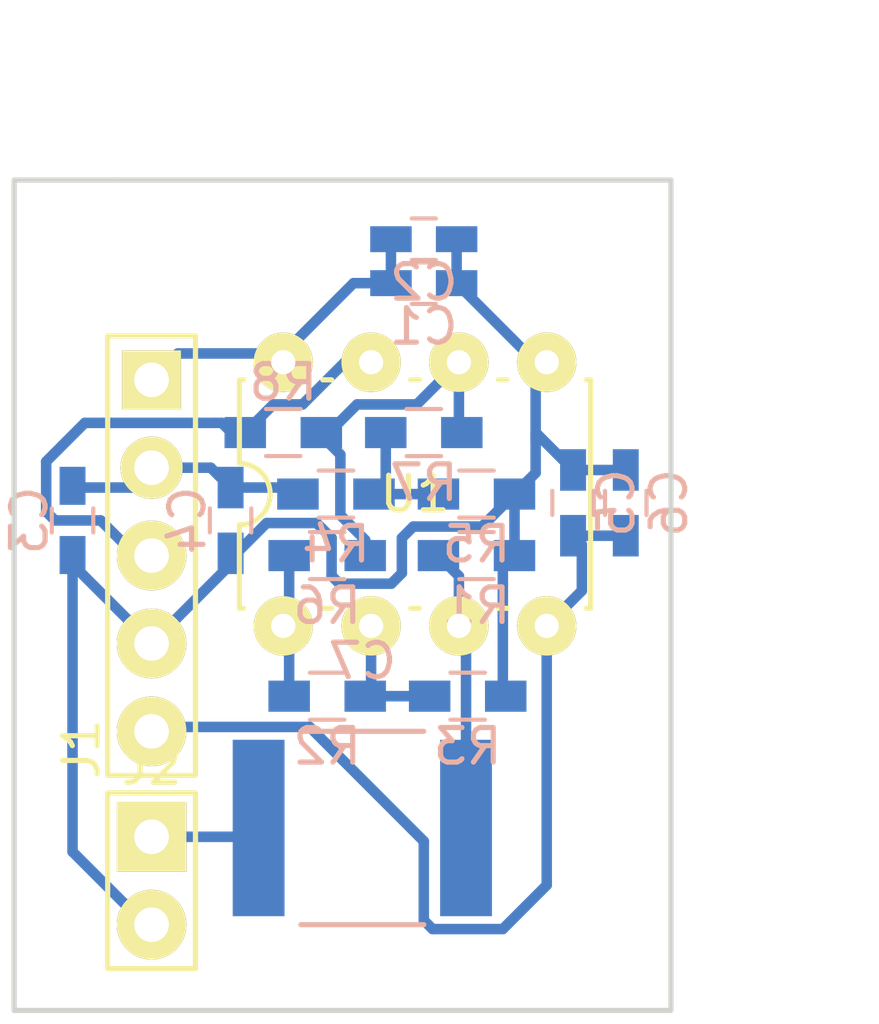
<source format=kicad_pcb>
(kicad_pcb (version 4) (host pcbnew 4.0.7)

  (general
    (links 34)
    (no_connects 0)
    (area 184.924999 90.924999 204.075001 115.075001)
    (thickness 1.6)
    (drawings 7)
    (tracks 100)
    (zones 0)
    (modules 18)
    (nets 12)
  )

  (page A4)
  (layers
    (0 F.Cu signal)
    (31 B.Cu signal)
    (32 B.Adhes user)
    (33 F.Adhes user)
    (34 B.Paste user)
    (35 F.Paste user)
    (36 B.SilkS user)
    (37 F.SilkS user)
    (38 B.Mask user)
    (39 F.Mask user)
    (40 Dwgs.User user)
    (41 Cmts.User user)
    (42 Eco1.User user)
    (43 Eco2.User user)
    (44 Edge.Cuts user)
    (45 Margin user)
    (46 B.CrtYd user)
    (47 F.CrtYd user)
    (48 B.Fab user hide)
    (49 F.Fab user)
  )

  (setup
    (last_trace_width 0.3048)
    (trace_clearance 0.2)
    (zone_clearance 0.508)
    (zone_45_only no)
    (trace_min 0.2)
    (segment_width 0.2)
    (edge_width 0.15)
    (via_size 0.6)
    (via_drill 0.4)
    (via_min_size 0.4)
    (via_min_drill 0.3)
    (uvia_size 0.3)
    (uvia_drill 0.1)
    (uvias_allowed no)
    (uvia_min_size 0.2)
    (uvia_min_drill 0.1)
    (pcb_text_width 0.3)
    (pcb_text_size 1.5 1.5)
    (mod_edge_width 0.15)
    (mod_text_size 1 1)
    (mod_text_width 0.15)
    (pad_size 1.524 1.524)
    (pad_drill 0.762)
    (pad_to_mask_clearance 0.2)
    (aux_axis_origin 0 0)
    (visible_elements FFFCFF7F)
    (pcbplotparams
      (layerselection 0x01000_80000000)
      (usegerberextensions false)
      (gerberprecision 5)
      (excludeedgelayer true)
      (linewidth 0.100000)
      (plotframeref false)
      (viasonmask false)
      (mode 1)
      (useauxorigin false)
      (hpglpennumber 1)
      (hpglpenspeed 20)
      (hpglpendiameter 15)
      (hpglpenoverlay 2)
      (psnegative false)
      (psa4output false)
      (plotreference false)
      (plotvalue false)
      (plotinvisibletext false)
      (padsonsilk false)
      (subtractmaskfromsilk false)
      (outputformat 1)
      (mirror false)
      (drillshape 0)
      (scaleselection 1)
      (outputdirectory Gerber/))
  )

  (net 0 "")
  (net 1 +5V)
  (net 2 GND)
  (net 3 +3V3)
  (net 4 -5V)
  (net 5 "Net-(C7-Pad1)")
  (net 6 "Net-(C7-Pad2)")
  (net 7 "Net-(J1-Pad3)")
  (net 8 "Net-(R2-Pad1)")
  (net 9 "Net-(R2-Pad2)")
  (net 10 "Net-(R4-Pad2)")
  (net 11 "Net-(R6-Pad2)")

  (net_class Default "This is the default net class."
    (clearance 0.2)
    (trace_width 0.3048)
    (via_dia 0.6)
    (via_drill 0.4)
    (uvia_dia 0.3)
    (uvia_drill 0.1)
    (add_net +3V3)
    (add_net +5V)
    (add_net -5V)
    (add_net GND)
    (add_net "Net-(C7-Pad1)")
    (add_net "Net-(C7-Pad2)")
    (add_net "Net-(J1-Pad3)")
    (add_net "Net-(R2-Pad1)")
    (add_net "Net-(R2-Pad2)")
    (add_net "Net-(R4-Pad2)")
    (add_net "Net-(R6-Pad2)")
  )

  (module CustomFootprint:IC_PDIP_8pin (layer F.Cu) (tedit 57E08585) (tstamp 5B6EDED4)
    (at 196.596 100.076)
    (descr "PDIP-8 Standard 300mil 8pin Dual In Line Package")
    (tags "Power Integrations P Package")
    (path /5B6EC1E4)
    (fp_text reference U1 (at 0 0) (layer F.SilkS)
      (effects (font (size 1 1) (thickness 0.15)))
    )
    (fp_text value LM358 (at 0 1.524) (layer F.Fab)
      (effects (font (size 1 1) (thickness 0.15)))
    )
    (fp_line (start -5.08 0.889) (end -5.08 3.302) (layer F.SilkS) (width 0.15))
    (fp_line (start -5.08 -0.889) (end -5.08 -3.302) (layer F.SilkS) (width 0.15))
    (fp_arc (start -5.08 0) (end -4.191 0) (angle 90) (layer F.SilkS) (width 0.15))
    (fp_arc (start -5.08 0) (end -5.08 -0.889) (angle 90) (layer F.SilkS) (width 0.15))
    (fp_line (start 5.08 3.302) (end 4.953 3.302) (layer F.SilkS) (width 0.15))
    (fp_line (start 2.413 3.302) (end 2.667 3.302) (layer F.SilkS) (width 0.15))
    (fp_line (start -0.127 3.302) (end 0.127 3.302) (layer F.SilkS) (width 0.15))
    (fp_line (start -2.667 3.302) (end -2.413 3.302) (layer F.SilkS) (width 0.15))
    (fp_line (start -5.08 3.302) (end -4.953 3.302) (layer F.SilkS) (width 0.15))
    (fp_line (start -5.08 -3.302) (end -4.953 -3.302) (layer F.SilkS) (width 0.15))
    (fp_line (start 5.08 -3.302) (end 4.953 -3.302) (layer F.SilkS) (width 0.15))
    (fp_line (start 2.413 -3.302) (end 2.667 -3.302) (layer F.SilkS) (width 0.15))
    (fp_line (start -0.127 -3.302) (end 0.127 -3.302) (layer F.SilkS) (width 0.15))
    (fp_line (start -2.667 -3.302) (end -2.413 -3.302) (layer F.SilkS) (width 0.15))
    (fp_line (start 5.08 3.302) (end 5.08 -3.302) (layer F.SilkS) (width 0.15))
    (pad 1 thru_hole circle (at -3.81 3.81) (size 1.716 1.716) (drill 0.7) (layers *.Cu *.Mask F.SilkS)
      (net 8 "Net-(R2-Pad1)"))
    (pad 2 thru_hole circle (at -1.27 3.81) (size 1.716 1.716) (drill 0.7) (layers *.Cu *.Mask F.SilkS)
      (net 9 "Net-(R2-Pad2)"))
    (pad 3 thru_hole circle (at 1.27 3.81) (size 1.716 1.716) (drill 0.7) (layers *.Cu *.Mask F.SilkS)
      (net 5 "Net-(C7-Pad1)"))
    (pad 4 thru_hole circle (at 3.81 3.81) (size 1.716 1.716) (drill 0.7) (layers *.Cu *.Mask F.SilkS)
      (net 4 -5V))
    (pad 5 thru_hole circle (at 3.81 -3.81) (size 1.716 1.716) (drill 0.7) (layers *.Cu *.Mask F.SilkS)
      (net 2 GND))
    (pad 6 thru_hole circle (at 1.27 -3.81) (size 1.716 1.716) (drill 0.7) (layers *.Cu *.Mask F.SilkS)
      (net 11 "Net-(R6-Pad2)"))
    (pad 7 thru_hole circle (at -1.27 -3.81) (size 1.716 1.716) (drill 0.7) (layers *.Cu *.Mask F.SilkS)
      (net 7 "Net-(J1-Pad3)"))
    (pad 8 thru_hole circle (at -3.81 -3.81) (size 1.716 1.716) (drill 0.7) (layers *.Cu *.Mask F.SilkS)
      (net 1 +5V))
  )

  (module CustomFootprint:Pin_Header_Straight_1x05 (layer F.Cu) (tedit 5B6EE1A3) (tstamp 5B6EDE7F)
    (at 188.976 96.774)
    (descr "Through hole pin header")
    (tags "pin header")
    (path /5B6EBFF2)
    (fp_text reference J1 (at -2.032 10.668 90) (layer F.SilkS)
      (effects (font (size 1 1) (thickness 0.15)))
    )
    (fp_text value External (at -2.032 4.826 90) (layer F.Fab)
      (effects (font (size 1 1) (thickness 0.15)))
    )
    (fp_line (start -1.27 -1.27) (end 1.27 -1.27) (layer F.SilkS) (width 0.15))
    (fp_line (start 1.27 -1.27) (end 1.27 -1.016) (layer F.SilkS) (width 0.15))
    (fp_line (start -1.27 -1.27) (end -1.27 11.43) (layer F.SilkS) (width 0.15))
    (fp_line (start -1.27 11.43) (end 1.27 11.43) (layer F.SilkS) (width 0.15))
    (fp_line (start 1.27 11.43) (end 1.27 -1.016) (layer F.SilkS) (width 0.15))
    (pad 1 thru_hole rect (at 0 0) (size 1.7 1.7) (drill 1) (layers *.Cu *.Mask F.SilkS)
      (net 1 +5V))
    (pad 2 thru_hole circle (at 0 2.54) (size 1.8 1.8) (drill 1) (layers *.Cu *.Mask F.SilkS)
      (net 3 +3V3))
    (pad 3 thru_hole circle (at 0 5.08) (size 2.016 2.016) (drill 1) (layers *.Cu *.Mask F.SilkS)
      (net 7 "Net-(J1-Pad3)"))
    (pad 4 thru_hole circle (at 0 7.62) (size 2.016 2.016) (drill 1) (layers *.Cu *.Mask F.SilkS)
      (net 2 GND))
    (pad 5 thru_hole circle (at 0 10.16) (size 2.016 2.016) (drill 1) (layers *.Cu *.Mask F.SilkS)
      (net 4 -5V))
    (model Pin_Headers.3dshapes/Pin_Header_Straight_1x06.wrl
      (at (xyz 0 -0.25 0))
      (scale (xyz 1 1 1))
      (rotate (xyz 0 0 90))
    )
  )

  (module Capacitors_SMD:C_0603_HandSoldering (layer B.Cu) (tedit 5B6EE10E) (tstamp 5B6EDE57)
    (at 186.69 100.838 270)
    (descr "Capacitor SMD 0603, hand soldering")
    (tags "capacitor 0603")
    (path /5B6EDDAD)
    (attr smd)
    (fp_text reference C3 (at 0 1.25 270) (layer B.SilkS)
      (effects (font (size 1 1) (thickness 0.15)) (justify mirror))
    )
    (fp_text value 4.7uF (at 0 -1.5 270) (layer B.Fab)
      (effects (font (size 1 1) (thickness 0.15)) (justify mirror))
    )
    (fp_text user %R (at 0 1.25 270) (layer B.Fab)
      (effects (font (size 1 1) (thickness 0.15)) (justify mirror))
    )
    (fp_line (start -0.8 -0.4) (end -0.8 0.4) (layer B.Fab) (width 0.1))
    (fp_line (start 0.8 -0.4) (end -0.8 -0.4) (layer B.Fab) (width 0.1))
    (fp_line (start 0.8 0.4) (end 0.8 -0.4) (layer B.Fab) (width 0.1))
    (fp_line (start -0.8 0.4) (end 0.8 0.4) (layer B.Fab) (width 0.1))
    (fp_line (start -0.35 0.6) (end 0.35 0.6) (layer B.SilkS) (width 0.12))
    (fp_line (start 0.35 -0.6) (end -0.35 -0.6) (layer B.SilkS) (width 0.12))
    (fp_line (start -1.8 0.65) (end 1.8 0.65) (layer B.CrtYd) (width 0.05))
    (fp_line (start -1.8 0.65) (end -1.8 -0.65) (layer B.CrtYd) (width 0.05))
    (fp_line (start 1.8 -0.65) (end 1.8 0.65) (layer B.CrtYd) (width 0.05))
    (fp_line (start 1.8 -0.65) (end -1.8 -0.65) (layer B.CrtYd) (width 0.05))
    (pad 1 smd rect (at -1 0 270) (size 1.1 0.75) (layers B.Cu B.Paste B.Mask)
      (net 3 +3V3))
    (pad 2 smd rect (at 1 0 270) (size 1.1 0.75) (layers B.Cu B.Paste B.Mask)
      (net 2 GND))
    (model Capacitors_SMD.3dshapes/C_0603.wrl
      (at (xyz 0 0 0))
      (scale (xyz 1 1 1))
      (rotate (xyz 0 0 0))
    )
  )

  (module Capacitors_SMD:C_0603_HandSoldering (layer B.Cu) (tedit 58AA848B) (tstamp 5B6EDE4B)
    (at 196.85 93.98)
    (descr "Capacitor SMD 0603, hand soldering")
    (tags "capacitor 0603")
    (path /5B6EDA60)
    (attr smd)
    (fp_text reference C1 (at 0 1.25) (layer B.SilkS)
      (effects (font (size 1 1) (thickness 0.15)) (justify mirror))
    )
    (fp_text value 4.7uF (at 0 -1.5) (layer B.Fab)
      (effects (font (size 1 1) (thickness 0.15)) (justify mirror))
    )
    (fp_text user %R (at 0 1.25) (layer B.Fab)
      (effects (font (size 1 1) (thickness 0.15)) (justify mirror))
    )
    (fp_line (start -0.8 -0.4) (end -0.8 0.4) (layer B.Fab) (width 0.1))
    (fp_line (start 0.8 -0.4) (end -0.8 -0.4) (layer B.Fab) (width 0.1))
    (fp_line (start 0.8 0.4) (end 0.8 -0.4) (layer B.Fab) (width 0.1))
    (fp_line (start -0.8 0.4) (end 0.8 0.4) (layer B.Fab) (width 0.1))
    (fp_line (start -0.35 0.6) (end 0.35 0.6) (layer B.SilkS) (width 0.12))
    (fp_line (start 0.35 -0.6) (end -0.35 -0.6) (layer B.SilkS) (width 0.12))
    (fp_line (start -1.8 0.65) (end 1.8 0.65) (layer B.CrtYd) (width 0.05))
    (fp_line (start -1.8 0.65) (end -1.8 -0.65) (layer B.CrtYd) (width 0.05))
    (fp_line (start 1.8 -0.65) (end 1.8 0.65) (layer B.CrtYd) (width 0.05))
    (fp_line (start 1.8 -0.65) (end -1.8 -0.65) (layer B.CrtYd) (width 0.05))
    (pad 1 smd rect (at -0.95 0) (size 1.2 0.75) (layers B.Cu B.Paste B.Mask)
      (net 1 +5V))
    (pad 2 smd rect (at 0.95 0) (size 1.2 0.75) (layers B.Cu B.Paste B.Mask)
      (net 2 GND))
    (model Capacitors_SMD.3dshapes/C_0603.wrl
      (at (xyz 0 0 0))
      (scale (xyz 1 1 1))
      (rotate (xyz 0 0 0))
    )
  )

  (module Capacitors_SMD:C_0603_HandSoldering (layer B.Cu) (tedit 58AA848B) (tstamp 5B6EDE51)
    (at 196.85 92.71)
    (descr "Capacitor SMD 0603, hand soldering")
    (tags "capacitor 0603")
    (path /5B6EDAE1)
    (attr smd)
    (fp_text reference C2 (at 0 1.25) (layer B.SilkS)
      (effects (font (size 1 1) (thickness 0.15)) (justify mirror))
    )
    (fp_text value 100nF (at 0 -1.5) (layer B.Fab)
      (effects (font (size 1 1) (thickness 0.15)) (justify mirror))
    )
    (fp_text user %R (at 0 1.25) (layer B.Fab)
      (effects (font (size 1 1) (thickness 0.15)) (justify mirror))
    )
    (fp_line (start -0.8 -0.4) (end -0.8 0.4) (layer B.Fab) (width 0.1))
    (fp_line (start 0.8 -0.4) (end -0.8 -0.4) (layer B.Fab) (width 0.1))
    (fp_line (start 0.8 0.4) (end 0.8 -0.4) (layer B.Fab) (width 0.1))
    (fp_line (start -0.8 0.4) (end 0.8 0.4) (layer B.Fab) (width 0.1))
    (fp_line (start -0.35 0.6) (end 0.35 0.6) (layer B.SilkS) (width 0.12))
    (fp_line (start 0.35 -0.6) (end -0.35 -0.6) (layer B.SilkS) (width 0.12))
    (fp_line (start -1.8 0.65) (end 1.8 0.65) (layer B.CrtYd) (width 0.05))
    (fp_line (start -1.8 0.65) (end -1.8 -0.65) (layer B.CrtYd) (width 0.05))
    (fp_line (start 1.8 -0.65) (end 1.8 0.65) (layer B.CrtYd) (width 0.05))
    (fp_line (start 1.8 -0.65) (end -1.8 -0.65) (layer B.CrtYd) (width 0.05))
    (pad 1 smd rect (at -0.95 0) (size 1.2 0.75) (layers B.Cu B.Paste B.Mask)
      (net 1 +5V))
    (pad 2 smd rect (at 0.95 0) (size 1.2 0.75) (layers B.Cu B.Paste B.Mask)
      (net 2 GND))
    (model Capacitors_SMD.3dshapes/C_0603.wrl
      (at (xyz 0 0 0))
      (scale (xyz 1 1 1))
      (rotate (xyz 0 0 0))
    )
  )

  (module Capacitors_SMD:C_0603_HandSoldering (layer B.Cu) (tedit 58AA848B) (tstamp 5B6EDE5D)
    (at 191.262 100.838 270)
    (descr "Capacitor SMD 0603, hand soldering")
    (tags "capacitor 0603")
    (path /5B6EDDB3)
    (attr smd)
    (fp_text reference C4 (at 0 1.25 270) (layer B.SilkS)
      (effects (font (size 1 1) (thickness 0.15)) (justify mirror))
    )
    (fp_text value 100nF (at 0 -1.5 270) (layer B.Fab)
      (effects (font (size 1 1) (thickness 0.15)) (justify mirror))
    )
    (fp_text user %R (at 0 1.25 270) (layer B.Fab)
      (effects (font (size 1 1) (thickness 0.15)) (justify mirror))
    )
    (fp_line (start -0.8 -0.4) (end -0.8 0.4) (layer B.Fab) (width 0.1))
    (fp_line (start 0.8 -0.4) (end -0.8 -0.4) (layer B.Fab) (width 0.1))
    (fp_line (start 0.8 0.4) (end 0.8 -0.4) (layer B.Fab) (width 0.1))
    (fp_line (start -0.8 0.4) (end 0.8 0.4) (layer B.Fab) (width 0.1))
    (fp_line (start -0.35 0.6) (end 0.35 0.6) (layer B.SilkS) (width 0.12))
    (fp_line (start 0.35 -0.6) (end -0.35 -0.6) (layer B.SilkS) (width 0.12))
    (fp_line (start -1.8 0.65) (end 1.8 0.65) (layer B.CrtYd) (width 0.05))
    (fp_line (start -1.8 0.65) (end -1.8 -0.65) (layer B.CrtYd) (width 0.05))
    (fp_line (start 1.8 -0.65) (end 1.8 0.65) (layer B.CrtYd) (width 0.05))
    (fp_line (start 1.8 -0.65) (end -1.8 -0.65) (layer B.CrtYd) (width 0.05))
    (pad 1 smd rect (at -0.95 0 270) (size 1.2 0.75) (layers B.Cu B.Paste B.Mask)
      (net 3 +3V3))
    (pad 2 smd rect (at 0.95 0 270) (size 1.2 0.75) (layers B.Cu B.Paste B.Mask)
      (net 2 GND))
    (model Capacitors_SMD.3dshapes/C_0603.wrl
      (at (xyz 0 0 0))
      (scale (xyz 1 1 1))
      (rotate (xyz 0 0 0))
    )
  )

  (module Capacitors_SMD:C_0603_HandSoldering (layer B.Cu) (tedit 58AA848B) (tstamp 5B6EDE63)
    (at 201.168 100.33 90)
    (descr "Capacitor SMD 0603, hand soldering")
    (tags "capacitor 0603")
    (path /5B6EDDF2)
    (attr smd)
    (fp_text reference C5 (at 0 1.25 90) (layer B.SilkS)
      (effects (font (size 1 1) (thickness 0.15)) (justify mirror))
    )
    (fp_text value 4.7uF (at 0 -1.5 90) (layer B.Fab)
      (effects (font (size 1 1) (thickness 0.15)) (justify mirror))
    )
    (fp_text user %R (at 0 1.25 90) (layer B.Fab)
      (effects (font (size 1 1) (thickness 0.15)) (justify mirror))
    )
    (fp_line (start -0.8 -0.4) (end -0.8 0.4) (layer B.Fab) (width 0.1))
    (fp_line (start 0.8 -0.4) (end -0.8 -0.4) (layer B.Fab) (width 0.1))
    (fp_line (start 0.8 0.4) (end 0.8 -0.4) (layer B.Fab) (width 0.1))
    (fp_line (start -0.8 0.4) (end 0.8 0.4) (layer B.Fab) (width 0.1))
    (fp_line (start -0.35 0.6) (end 0.35 0.6) (layer B.SilkS) (width 0.12))
    (fp_line (start 0.35 -0.6) (end -0.35 -0.6) (layer B.SilkS) (width 0.12))
    (fp_line (start -1.8 0.65) (end 1.8 0.65) (layer B.CrtYd) (width 0.05))
    (fp_line (start -1.8 0.65) (end -1.8 -0.65) (layer B.CrtYd) (width 0.05))
    (fp_line (start 1.8 -0.65) (end 1.8 0.65) (layer B.CrtYd) (width 0.05))
    (fp_line (start 1.8 -0.65) (end -1.8 -0.65) (layer B.CrtYd) (width 0.05))
    (pad 1 smd rect (at -0.95 0 90) (size 1.2 0.75) (layers B.Cu B.Paste B.Mask)
      (net 4 -5V))
    (pad 2 smd rect (at 0.95 0 90) (size 1.2 0.75) (layers B.Cu B.Paste B.Mask)
      (net 2 GND))
    (model Capacitors_SMD.3dshapes/C_0603.wrl
      (at (xyz 0 0 0))
      (scale (xyz 1 1 1))
      (rotate (xyz 0 0 0))
    )
  )

  (module Capacitors_SMD:C_0603_HandSoldering (layer B.Cu) (tedit 58AA848B) (tstamp 5B6EDE69)
    (at 202.692 100.33 90)
    (descr "Capacitor SMD 0603, hand soldering")
    (tags "capacitor 0603")
    (path /5B6EDDF8)
    (attr smd)
    (fp_text reference C6 (at 0 1.25 90) (layer B.SilkS)
      (effects (font (size 1 1) (thickness 0.15)) (justify mirror))
    )
    (fp_text value 100nF (at 0 -1.5 90) (layer B.Fab)
      (effects (font (size 1 1) (thickness 0.15)) (justify mirror))
    )
    (fp_text user %R (at 0 1.25 90) (layer B.Fab)
      (effects (font (size 1 1) (thickness 0.15)) (justify mirror))
    )
    (fp_line (start -0.8 -0.4) (end -0.8 0.4) (layer B.Fab) (width 0.1))
    (fp_line (start 0.8 -0.4) (end -0.8 -0.4) (layer B.Fab) (width 0.1))
    (fp_line (start 0.8 0.4) (end 0.8 -0.4) (layer B.Fab) (width 0.1))
    (fp_line (start -0.8 0.4) (end 0.8 0.4) (layer B.Fab) (width 0.1))
    (fp_line (start -0.35 0.6) (end 0.35 0.6) (layer B.SilkS) (width 0.12))
    (fp_line (start 0.35 -0.6) (end -0.35 -0.6) (layer B.SilkS) (width 0.12))
    (fp_line (start -1.8 0.65) (end 1.8 0.65) (layer B.CrtYd) (width 0.05))
    (fp_line (start -1.8 0.65) (end -1.8 -0.65) (layer B.CrtYd) (width 0.05))
    (fp_line (start 1.8 -0.65) (end 1.8 0.65) (layer B.CrtYd) (width 0.05))
    (fp_line (start 1.8 -0.65) (end -1.8 -0.65) (layer B.CrtYd) (width 0.05))
    (pad 1 smd rect (at -0.95 0 90) (size 1.2 0.75) (layers B.Cu B.Paste B.Mask)
      (net 4 -5V))
    (pad 2 smd rect (at 0.95 0 90) (size 1.2 0.75) (layers B.Cu B.Paste B.Mask)
      (net 2 GND))
    (model Capacitors_SMD.3dshapes/C_0603.wrl
      (at (xyz 0 0 0))
      (scale (xyz 1 1 1))
      (rotate (xyz 0 0 0))
    )
  )

  (module CustomFootprint:Capacitor_SMD_2824 (layer B.Cu) (tedit 5B6ED6FC) (tstamp 5B6EDE71)
    (at 195.072 109.728 180)
    (path /5B6EC0E1)
    (fp_text reference C7 (at 0 4.826 180) (layer B.SilkS)
      (effects (font (size 1 1) (thickness 0.15)) (justify mirror))
    )
    (fp_text value "470nF X 2" (at 0 3.556 180) (layer B.Fab)
      (effects (font (size 1 1) (thickness 0.15)) (justify mirror))
    )
    (fp_line (start 1.778 -2.794) (end -1.778 -2.794) (layer B.SilkS) (width 0.15))
    (fp_line (start -1.778 2.794) (end 1.778 2.794) (layer B.SilkS) (width 0.15))
    (pad 1 smd rect (at -3 0 180) (size 1.5 5.1) (layers B.Cu B.Paste B.Mask)
      (net 5 "Net-(C7-Pad1)"))
    (pad 2 smd rect (at 3 0 180) (size 1.5 5.1) (layers B.Cu B.Paste B.Mask)
      (net 6 "Net-(C7-Pad2)"))
  )

  (module CustomFootprint:Pin_Header_Straight_1x02 (layer F.Cu) (tedit 58F35E54) (tstamp 5B6EDE89)
    (at 188.976 109.982)
    (descr "Through hole pin header")
    (tags "pin header")
    (path /5B6EC0A0)
    (fp_text reference J2 (at 0 -2.032) (layer F.SilkS)
      (effects (font (size 1 1) (thickness 0.15)))
    )
    (fp_text value Input (at 0 4.572) (layer F.Fab)
      (effects (font (size 1 1) (thickness 0.15)))
    )
    (fp_line (start -1.27 -1.27) (end -1.27 3.81) (layer F.SilkS) (width 0.15))
    (fp_line (start -1.27 3.81) (end 1.27 3.81) (layer F.SilkS) (width 0.15))
    (fp_line (start 1.27 3.81) (end 1.27 -1.27) (layer F.SilkS) (width 0.15))
    (fp_line (start 1.27 -1.27) (end -1.27 -1.27) (layer F.SilkS) (width 0.15))
    (pad 1 thru_hole rect (at 0 0) (size 2.016 2.016) (drill 1) (layers *.Cu *.Mask F.SilkS)
      (net 6 "Net-(C7-Pad2)"))
    (pad 2 thru_hole circle (at 0 2.54) (size 2.016 2.016) (drill 1) (layers *.Cu *.Mask F.SilkS)
      (net 2 GND))
    (model Pin_Headers.3dshapes/Pin_Header_Straight_1x02.wrl
      (at (xyz 0 -0.05 0))
      (scale (xyz 1 1 1))
      (rotate (xyz 0 0 90))
    )
  )

  (module Resistors_SMD:R_0603_HandSoldering (layer B.Cu) (tedit 58E0A804) (tstamp 5B6EDE8F)
    (at 198.374 101.854)
    (descr "Resistor SMD 0603, hand soldering")
    (tags "resistor 0603")
    (path /5B6EC0FE)
    (attr smd)
    (fp_text reference R1 (at 0 1.45) (layer B.SilkS)
      (effects (font (size 1 1) (thickness 0.15)) (justify mirror))
    )
    (fp_text value 10KΩ (at 0 -1.55) (layer B.Fab)
      (effects (font (size 1 1) (thickness 0.15)) (justify mirror))
    )
    (fp_text user %R (at 0 0) (layer B.Fab)
      (effects (font (size 0.4 0.4) (thickness 0.075)) (justify mirror))
    )
    (fp_line (start -0.8 -0.4) (end -0.8 0.4) (layer B.Fab) (width 0.1))
    (fp_line (start 0.8 -0.4) (end -0.8 -0.4) (layer B.Fab) (width 0.1))
    (fp_line (start 0.8 0.4) (end 0.8 -0.4) (layer B.Fab) (width 0.1))
    (fp_line (start -0.8 0.4) (end 0.8 0.4) (layer B.Fab) (width 0.1))
    (fp_line (start 0.5 -0.68) (end -0.5 -0.68) (layer B.SilkS) (width 0.12))
    (fp_line (start -0.5 0.68) (end 0.5 0.68) (layer B.SilkS) (width 0.12))
    (fp_line (start -1.96 0.7) (end 1.95 0.7) (layer B.CrtYd) (width 0.05))
    (fp_line (start -1.96 0.7) (end -1.96 -0.7) (layer B.CrtYd) (width 0.05))
    (fp_line (start 1.95 -0.7) (end 1.95 0.7) (layer B.CrtYd) (width 0.05))
    (fp_line (start 1.95 -0.7) (end -1.96 -0.7) (layer B.CrtYd) (width 0.05))
    (pad 1 smd rect (at -1.1 0) (size 1.2 0.9) (layers B.Cu B.Paste B.Mask)
      (net 5 "Net-(C7-Pad1)"))
    (pad 2 smd rect (at 1.1 0) (size 1.2 0.9) (layers B.Cu B.Paste B.Mask)
      (net 2 GND))
    (model ${KISYS3DMOD}/Resistors_SMD.3dshapes/R_0603.wrl
      (at (xyz 0 0 0))
      (scale (xyz 1 1 1))
      (rotate (xyz 0 0 0))
    )
  )

  (module Resistors_SMD:R_0603_HandSoldering (layer B.Cu) (tedit 58E0A804) (tstamp 5B6EDE95)
    (at 194.056 105.918)
    (descr "Resistor SMD 0603, hand soldering")
    (tags "resistor 0603")
    (path /5B6EC33E)
    (attr smd)
    (fp_text reference R2 (at 0 1.45) (layer B.SilkS)
      (effects (font (size 1 1) (thickness 0.15)) (justify mirror))
    )
    (fp_text value 20KΩ (at 0 -1.55) (layer B.Fab)
      (effects (font (size 1 1) (thickness 0.15)) (justify mirror))
    )
    (fp_text user %R (at 0 0) (layer B.Fab)
      (effects (font (size 0.4 0.4) (thickness 0.075)) (justify mirror))
    )
    (fp_line (start -0.8 -0.4) (end -0.8 0.4) (layer B.Fab) (width 0.1))
    (fp_line (start 0.8 -0.4) (end -0.8 -0.4) (layer B.Fab) (width 0.1))
    (fp_line (start 0.8 0.4) (end 0.8 -0.4) (layer B.Fab) (width 0.1))
    (fp_line (start -0.8 0.4) (end 0.8 0.4) (layer B.Fab) (width 0.1))
    (fp_line (start 0.5 -0.68) (end -0.5 -0.68) (layer B.SilkS) (width 0.12))
    (fp_line (start -0.5 0.68) (end 0.5 0.68) (layer B.SilkS) (width 0.12))
    (fp_line (start -1.96 0.7) (end 1.95 0.7) (layer B.CrtYd) (width 0.05))
    (fp_line (start -1.96 0.7) (end -1.96 -0.7) (layer B.CrtYd) (width 0.05))
    (fp_line (start 1.95 -0.7) (end 1.95 0.7) (layer B.CrtYd) (width 0.05))
    (fp_line (start 1.95 -0.7) (end -1.96 -0.7) (layer B.CrtYd) (width 0.05))
    (pad 1 smd rect (at -1.1 0) (size 1.2 0.9) (layers B.Cu B.Paste B.Mask)
      (net 8 "Net-(R2-Pad1)"))
    (pad 2 smd rect (at 1.1 0) (size 1.2 0.9) (layers B.Cu B.Paste B.Mask)
      (net 9 "Net-(R2-Pad2)"))
    (model ${KISYS3DMOD}/Resistors_SMD.3dshapes/R_0603.wrl
      (at (xyz 0 0 0))
      (scale (xyz 1 1 1))
      (rotate (xyz 0 0 0))
    )
  )

  (module Resistors_SMD:R_0603_HandSoldering (layer B.Cu) (tedit 58E0A804) (tstamp 5B6EDE9B)
    (at 198.12 105.918)
    (descr "Resistor SMD 0603, hand soldering")
    (tags "resistor 0603")
    (path /5B6EC3CB)
    (attr smd)
    (fp_text reference R3 (at 0 1.45) (layer B.SilkS)
      (effects (font (size 1 1) (thickness 0.15)) (justify mirror))
    )
    (fp_text value 1KΩ (at 0 -1.55) (layer B.Fab)
      (effects (font (size 1 1) (thickness 0.15)) (justify mirror))
    )
    (fp_text user %R (at 0 0) (layer B.Fab)
      (effects (font (size 0.4 0.4) (thickness 0.075)) (justify mirror))
    )
    (fp_line (start -0.8 -0.4) (end -0.8 0.4) (layer B.Fab) (width 0.1))
    (fp_line (start 0.8 -0.4) (end -0.8 -0.4) (layer B.Fab) (width 0.1))
    (fp_line (start 0.8 0.4) (end 0.8 -0.4) (layer B.Fab) (width 0.1))
    (fp_line (start -0.8 0.4) (end 0.8 0.4) (layer B.Fab) (width 0.1))
    (fp_line (start 0.5 -0.68) (end -0.5 -0.68) (layer B.SilkS) (width 0.12))
    (fp_line (start -0.5 0.68) (end 0.5 0.68) (layer B.SilkS) (width 0.12))
    (fp_line (start -1.96 0.7) (end 1.95 0.7) (layer B.CrtYd) (width 0.05))
    (fp_line (start -1.96 0.7) (end -1.96 -0.7) (layer B.CrtYd) (width 0.05))
    (fp_line (start 1.95 -0.7) (end 1.95 0.7) (layer B.CrtYd) (width 0.05))
    (fp_line (start 1.95 -0.7) (end -1.96 -0.7) (layer B.CrtYd) (width 0.05))
    (pad 1 smd rect (at -1.1 0) (size 1.2 0.9) (layers B.Cu B.Paste B.Mask)
      (net 9 "Net-(R2-Pad2)"))
    (pad 2 smd rect (at 1.1 0) (size 1.2 0.9) (layers B.Cu B.Paste B.Mask)
      (net 2 GND))
    (model ${KISYS3DMOD}/Resistors_SMD.3dshapes/R_0603.wrl
      (at (xyz 0 0 0))
      (scale (xyz 1 1 1))
      (rotate (xyz 0 0 0))
    )
  )

  (module Resistors_SMD:R_0603_HandSoldering (layer B.Cu) (tedit 58E0A804) (tstamp 5B6EDEA1)
    (at 194.31 100.076)
    (descr "Resistor SMD 0603, hand soldering")
    (tags "resistor 0603")
    (path /5B6ED179)
    (attr smd)
    (fp_text reference R4 (at 0 1.45) (layer B.SilkS)
      (effects (font (size 1 1) (thickness 0.15)) (justify mirror))
    )
    (fp_text value 499Ω (at 0 -1.55) (layer B.Fab)
      (effects (font (size 1 1) (thickness 0.15)) (justify mirror))
    )
    (fp_text user %R (at 0 0) (layer B.Fab)
      (effects (font (size 0.4 0.4) (thickness 0.075)) (justify mirror))
    )
    (fp_line (start -0.8 -0.4) (end -0.8 0.4) (layer B.Fab) (width 0.1))
    (fp_line (start 0.8 -0.4) (end -0.8 -0.4) (layer B.Fab) (width 0.1))
    (fp_line (start 0.8 0.4) (end 0.8 -0.4) (layer B.Fab) (width 0.1))
    (fp_line (start -0.8 0.4) (end 0.8 0.4) (layer B.Fab) (width 0.1))
    (fp_line (start 0.5 -0.68) (end -0.5 -0.68) (layer B.SilkS) (width 0.12))
    (fp_line (start -0.5 0.68) (end 0.5 0.68) (layer B.SilkS) (width 0.12))
    (fp_line (start -1.96 0.7) (end 1.95 0.7) (layer B.CrtYd) (width 0.05))
    (fp_line (start -1.96 0.7) (end -1.96 -0.7) (layer B.CrtYd) (width 0.05))
    (fp_line (start 1.95 -0.7) (end 1.95 0.7) (layer B.CrtYd) (width 0.05))
    (fp_line (start 1.95 -0.7) (end -1.96 -0.7) (layer B.CrtYd) (width 0.05))
    (pad 1 smd rect (at -1.1 0) (size 1.2 0.9) (layers B.Cu B.Paste B.Mask)
      (net 3 +3V3))
    (pad 2 smd rect (at 1.1 0) (size 1.2 0.9) (layers B.Cu B.Paste B.Mask)
      (net 10 "Net-(R4-Pad2)"))
    (model ${KISYS3DMOD}/Resistors_SMD.3dshapes/R_0603.wrl
      (at (xyz 0 0 0))
      (scale (xyz 1 1 1))
      (rotate (xyz 0 0 0))
    )
  )

  (module Resistors_SMD:R_0603_HandSoldering (layer B.Cu) (tedit 58E0A804) (tstamp 5B6EDEA7)
    (at 198.374 100.076)
    (descr "Resistor SMD 0603, hand soldering")
    (tags "resistor 0603")
    (path /5B6ED1C8)
    (attr smd)
    (fp_text reference R5 (at 0 1.45) (layer B.SilkS)
      (effects (font (size 1 1) (thickness 0.15)) (justify mirror))
    )
    (fp_text value 499Ω (at 0 -1.55) (layer B.Fab)
      (effects (font (size 1 1) (thickness 0.15)) (justify mirror))
    )
    (fp_text user %R (at 0 0) (layer B.Fab)
      (effects (font (size 0.4 0.4) (thickness 0.075)) (justify mirror))
    )
    (fp_line (start -0.8 -0.4) (end -0.8 0.4) (layer B.Fab) (width 0.1))
    (fp_line (start 0.8 -0.4) (end -0.8 -0.4) (layer B.Fab) (width 0.1))
    (fp_line (start 0.8 0.4) (end 0.8 -0.4) (layer B.Fab) (width 0.1))
    (fp_line (start -0.8 0.4) (end 0.8 0.4) (layer B.Fab) (width 0.1))
    (fp_line (start 0.5 -0.68) (end -0.5 -0.68) (layer B.SilkS) (width 0.12))
    (fp_line (start -0.5 0.68) (end 0.5 0.68) (layer B.SilkS) (width 0.12))
    (fp_line (start -1.96 0.7) (end 1.95 0.7) (layer B.CrtYd) (width 0.05))
    (fp_line (start -1.96 0.7) (end -1.96 -0.7) (layer B.CrtYd) (width 0.05))
    (fp_line (start 1.95 -0.7) (end 1.95 0.7) (layer B.CrtYd) (width 0.05))
    (fp_line (start 1.95 -0.7) (end -1.96 -0.7) (layer B.CrtYd) (width 0.05))
    (pad 1 smd rect (at -1.1 0) (size 1.2 0.9) (layers B.Cu B.Paste B.Mask)
      (net 10 "Net-(R4-Pad2)"))
    (pad 2 smd rect (at 1.1 0) (size 1.2 0.9) (layers B.Cu B.Paste B.Mask)
      (net 2 GND))
    (model ${KISYS3DMOD}/Resistors_SMD.3dshapes/R_0603.wrl
      (at (xyz 0 0 0))
      (scale (xyz 1 1 1))
      (rotate (xyz 0 0 0))
    )
  )

  (module Resistors_SMD:R_0603_HandSoldering (layer B.Cu) (tedit 58E0A804) (tstamp 5B6EDEAD)
    (at 194.056 101.854)
    (descr "Resistor SMD 0603, hand soldering")
    (tags "resistor 0603")
    (path /5B6ED35C)
    (attr smd)
    (fp_text reference R6 (at 0 1.45) (layer B.SilkS)
      (effects (font (size 1 1) (thickness 0.15)) (justify mirror))
    )
    (fp_text value 20KΩ (at 0 -1.55) (layer B.Fab)
      (effects (font (size 1 1) (thickness 0.15)) (justify mirror))
    )
    (fp_text user %R (at 0 0) (layer B.Fab)
      (effects (font (size 0.4 0.4) (thickness 0.075)) (justify mirror))
    )
    (fp_line (start -0.8 -0.4) (end -0.8 0.4) (layer B.Fab) (width 0.1))
    (fp_line (start 0.8 -0.4) (end -0.8 -0.4) (layer B.Fab) (width 0.1))
    (fp_line (start 0.8 0.4) (end 0.8 -0.4) (layer B.Fab) (width 0.1))
    (fp_line (start -0.8 0.4) (end 0.8 0.4) (layer B.Fab) (width 0.1))
    (fp_line (start 0.5 -0.68) (end -0.5 -0.68) (layer B.SilkS) (width 0.12))
    (fp_line (start -0.5 0.68) (end 0.5 0.68) (layer B.SilkS) (width 0.12))
    (fp_line (start -1.96 0.7) (end 1.95 0.7) (layer B.CrtYd) (width 0.05))
    (fp_line (start -1.96 0.7) (end -1.96 -0.7) (layer B.CrtYd) (width 0.05))
    (fp_line (start 1.95 -0.7) (end 1.95 0.7) (layer B.CrtYd) (width 0.05))
    (fp_line (start 1.95 -0.7) (end -1.96 -0.7) (layer B.CrtYd) (width 0.05))
    (pad 1 smd rect (at -1.1 0) (size 1.2 0.9) (layers B.Cu B.Paste B.Mask)
      (net 8 "Net-(R2-Pad1)"))
    (pad 2 smd rect (at 1.1 0) (size 1.2 0.9) (layers B.Cu B.Paste B.Mask)
      (net 11 "Net-(R6-Pad2)"))
    (model ${KISYS3DMOD}/Resistors_SMD.3dshapes/R_0603.wrl
      (at (xyz 0 0 0))
      (scale (xyz 1 1 1))
      (rotate (xyz 0 0 0))
    )
  )

  (module Resistors_SMD:R_0603_HandSoldering (layer B.Cu) (tedit 58E0A804) (tstamp 5B6EDEB3)
    (at 196.85 98.298)
    (descr "Resistor SMD 0603, hand soldering")
    (tags "resistor 0603")
    (path /5B6ED285)
    (attr smd)
    (fp_text reference R7 (at 0 1.45) (layer B.SilkS)
      (effects (font (size 1 1) (thickness 0.15)) (justify mirror))
    )
    (fp_text value 20KΩ (at 0 -1.55) (layer B.Fab)
      (effects (font (size 1 1) (thickness 0.15)) (justify mirror))
    )
    (fp_text user %R (at 0 0) (layer B.Fab)
      (effects (font (size 0.4 0.4) (thickness 0.075)) (justify mirror))
    )
    (fp_line (start -0.8 -0.4) (end -0.8 0.4) (layer B.Fab) (width 0.1))
    (fp_line (start 0.8 -0.4) (end -0.8 -0.4) (layer B.Fab) (width 0.1))
    (fp_line (start 0.8 0.4) (end 0.8 -0.4) (layer B.Fab) (width 0.1))
    (fp_line (start -0.8 0.4) (end 0.8 0.4) (layer B.Fab) (width 0.1))
    (fp_line (start 0.5 -0.68) (end -0.5 -0.68) (layer B.SilkS) (width 0.12))
    (fp_line (start -0.5 0.68) (end 0.5 0.68) (layer B.SilkS) (width 0.12))
    (fp_line (start -1.96 0.7) (end 1.95 0.7) (layer B.CrtYd) (width 0.05))
    (fp_line (start -1.96 0.7) (end -1.96 -0.7) (layer B.CrtYd) (width 0.05))
    (fp_line (start 1.95 -0.7) (end 1.95 0.7) (layer B.CrtYd) (width 0.05))
    (fp_line (start 1.95 -0.7) (end -1.96 -0.7) (layer B.CrtYd) (width 0.05))
    (pad 1 smd rect (at -1.1 0) (size 1.2 0.9) (layers B.Cu B.Paste B.Mask)
      (net 10 "Net-(R4-Pad2)"))
    (pad 2 smd rect (at 1.1 0) (size 1.2 0.9) (layers B.Cu B.Paste B.Mask)
      (net 11 "Net-(R6-Pad2)"))
    (model ${KISYS3DMOD}/Resistors_SMD.3dshapes/R_0603.wrl
      (at (xyz 0 0 0))
      (scale (xyz 1 1 1))
      (rotate (xyz 0 0 0))
    )
  )

  (module Resistors_SMD:R_0603_HandSoldering (layer B.Cu) (tedit 58E0A804) (tstamp 5B6EDEB9)
    (at 192.786 98.298 180)
    (descr "Resistor SMD 0603, hand soldering")
    (tags "resistor 0603")
    (path /5B6ED5C4)
    (attr smd)
    (fp_text reference R8 (at 0 1.45 180) (layer B.SilkS)
      (effects (font (size 1 1) (thickness 0.15)) (justify mirror))
    )
    (fp_text value 20KΩ (at 0 -1.55 180) (layer B.Fab)
      (effects (font (size 1 1) (thickness 0.15)) (justify mirror))
    )
    (fp_text user %R (at 0 0 180) (layer B.Fab)
      (effects (font (size 0.4 0.4) (thickness 0.075)) (justify mirror))
    )
    (fp_line (start -0.8 -0.4) (end -0.8 0.4) (layer B.Fab) (width 0.1))
    (fp_line (start 0.8 -0.4) (end -0.8 -0.4) (layer B.Fab) (width 0.1))
    (fp_line (start 0.8 0.4) (end 0.8 -0.4) (layer B.Fab) (width 0.1))
    (fp_line (start -0.8 0.4) (end 0.8 0.4) (layer B.Fab) (width 0.1))
    (fp_line (start 0.5 -0.68) (end -0.5 -0.68) (layer B.SilkS) (width 0.12))
    (fp_line (start -0.5 0.68) (end 0.5 0.68) (layer B.SilkS) (width 0.12))
    (fp_line (start -1.96 0.7) (end 1.95 0.7) (layer B.CrtYd) (width 0.05))
    (fp_line (start -1.96 0.7) (end -1.96 -0.7) (layer B.CrtYd) (width 0.05))
    (fp_line (start 1.95 -0.7) (end 1.95 0.7) (layer B.CrtYd) (width 0.05))
    (fp_line (start 1.95 -0.7) (end -1.96 -0.7) (layer B.CrtYd) (width 0.05))
    (pad 1 smd rect (at -1.1 0 180) (size 1.2 0.9) (layers B.Cu B.Paste B.Mask)
      (net 11 "Net-(R6-Pad2)"))
    (pad 2 smd rect (at 1.1 0 180) (size 1.2 0.9) (layers B.Cu B.Paste B.Mask)
      (net 7 "Net-(J1-Pad3)"))
    (model ${KISYS3DMOD}/Resistors_SMD.3dshapes/R_0603.wrl
      (at (xyz 0 0 0))
      (scale (xyz 1 1 1))
      (rotate (xyz 0 0 0))
    )
  )

  (dimension 19 (width 0.3) (layer Margin)
    (gr_text "19.000 mm" (at 194.5 87.65) (layer Margin)
      (effects (font (size 1.5 1.5) (thickness 0.3)))
    )
    (feature1 (pts (xy 204 91) (xy 204 86.3)))
    (feature2 (pts (xy 185 91) (xy 185 86.3)))
    (crossbar (pts (xy 185 89) (xy 204 89)))
    (arrow1a (pts (xy 204 89) (xy 202.873496 89.586421)))
    (arrow1b (pts (xy 204 89) (xy 202.873496 88.413579)))
    (arrow2a (pts (xy 185 89) (xy 186.126504 89.586421)))
    (arrow2b (pts (xy 185 89) (xy 186.126504 88.413579)))
  )
  (dimension 24 (width 0.3) (layer Margin)
    (gr_text "24.000 mm" (at 207.35 103 270) (layer Margin)
      (effects (font (size 1.5 1.5) (thickness 0.3)))
    )
    (feature1 (pts (xy 204 115) (xy 208.7 115)))
    (feature2 (pts (xy 204 91) (xy 208.7 91)))
    (crossbar (pts (xy 206 91) (xy 206 115)))
    (arrow1a (pts (xy 206 115) (xy 205.413579 113.873496)))
    (arrow1b (pts (xy 206 115) (xy 206.586421 113.873496)))
    (arrow2a (pts (xy 206 91) (xy 205.413579 92.126504)))
    (arrow2b (pts (xy 206 91) (xy 206.586421 92.126504)))
  )
  (gr_line (start 204 115) (end 185 115) (angle 90) (layer Edge.Cuts) (width 0.15))
  (gr_line (start 204 91) (end 204 115) (angle 90) (layer Edge.Cuts) (width 0.15))
  (gr_line (start 188 91) (end 204 91) (angle 90) (layer Edge.Cuts) (width 0.15))
  (gr_line (start 185 91) (end 188 91) (angle 90) (layer Edge.Cuts) (width 0.15))
  (gr_line (start 185 115) (end 185 91) (angle 90) (layer Edge.Cuts) (width 0.15))

  (segment (start 195.9 92.71) (end 195.9 93.98) (width 0.3048) (layer B.Cu) (net 1))
  (segment (start 195.9 93.98) (end 194.818 93.98) (width 0.3048) (layer B.Cu) (net 1) (tstamp 5B6EE06F))
  (segment (start 194.818 93.98) (end 192.786 96.012) (width 0.3048) (layer B.Cu) (net 1) (tstamp 5B6EE070))
  (segment (start 192.786 96.012) (end 189.738 96.012) (width 0.3048) (layer B.Cu) (net 1) (tstamp 5B6EE071))
  (segment (start 189.738 96.012) (end 188.976 96.774) (width 0.3048) (layer B.Cu) (net 1) (tstamp 5B6EE072))
  (segment (start 188.976 112.522) (end 188.7982 112.522) (width 0.3048) (layer B.Cu) (net 2) (status C00000))
  (segment (start 188.7982 112.522) (end 186.69 110.4138) (width 0.3048) (layer B.Cu) (net 2) (tstamp 5B6EE236) (status 400000))
  (segment (start 186.69 110.4138) (end 186.69 101.838) (width 0.3048) (layer B.Cu) (net 2) (tstamp 5B6EE23A) (status 800000))
  (segment (start 193.7512 100.9142) (end 194.183 101.346) (width 0.3048) (layer B.Cu) (net 2))
  (segment (start 192.3034 100.9142) (end 193.7512 100.9142) (width 0.3048) (layer B.Cu) (net 2) (tstamp 5B6EE1D8))
  (segment (start 191.4296 101.788) (end 192.3034 100.9142) (width 0.3048) (layer B.Cu) (net 2) (tstamp 5B6EE1D7))
  (segment (start 198.5342 101.0158) (end 199.474 100.076) (width 0.3048) (layer B.Cu) (net 2) (tstamp 5B6EE21A) (status 800000))
  (segment (start 196.5452 101.0158) (end 198.5342 101.0158) (width 0.3048) (layer B.Cu) (net 2) (tstamp 5B6EE216))
  (segment (start 196.215 101.346) (end 196.5452 101.0158) (width 0.3048) (layer B.Cu) (net 2) (tstamp 5B6EE214))
  (segment (start 196.215 102.362) (end 196.215 101.346) (width 0.3048) (layer B.Cu) (net 2) (tstamp 5B6EE20E))
  (segment (start 195.9102 102.6668) (end 196.215 102.362) (width 0.3048) (layer B.Cu) (net 2) (tstamp 5B6EE20C))
  (segment (start 194.4116 102.6668) (end 195.9102 102.6668) (width 0.3048) (layer B.Cu) (net 2) (tstamp 5B6EE1FD))
  (segment (start 194.183 102.4382) (end 194.4116 102.6668) (width 0.3048) (layer B.Cu) (net 2) (tstamp 5B6EE1F9))
  (segment (start 194.183 101.346) (end 194.183 102.4382) (width 0.3048) (layer B.Cu) (net 2) (tstamp 5B6EE1F4))
  (segment (start 191.262 101.788) (end 191.4296 101.788) (width 0.3048) (layer B.Cu) (net 2))
  (segment (start 186.69 101.788) (end 186.69 102.108) (width 0.3048) (layer B.Cu) (net 2))
  (segment (start 186.69 102.108) (end 188.976 104.394) (width 0.3048) (layer B.Cu) (net 2) (tstamp 5B6EE105))
  (segment (start 191.262 101.788) (end 191.262 102.108) (width 0.3048) (layer B.Cu) (net 2))
  (segment (start 191.262 102.108) (end 188.976 104.394) (width 0.3048) (layer B.Cu) (net 2) (tstamp 5B6EE102))
  (segment (start 199.474 100.076) (end 199.474 101.854) (width 0.3048) (layer B.Cu) (net 2))
  (segment (start 199.474 101.854) (end 199.136 102.192) (width 0.3048) (layer B.Cu) (net 2) (tstamp 5B6EE085))
  (segment (start 199.136 102.192) (end 199.136 105.834) (width 0.3048) (layer B.Cu) (net 2) (tstamp 5B6EE086))
  (segment (start 199.136 105.834) (end 199.22 105.918) (width 0.3048) (layer B.Cu) (net 2) (tstamp 5B6EE087))
  (segment (start 202.692 99.38) (end 201.168 99.38) (width 0.3048) (layer B.Cu) (net 2))
  (segment (start 201.168 99.38) (end 200.086 98.298) (width 0.3048) (layer B.Cu) (net 2) (tstamp 5B6EE07A))
  (segment (start 200.086 98.298) (end 200.086 98.486) (width 0.3048) (layer B.Cu) (net 2) (tstamp 5B6EE07B))
  (segment (start 200.086 98.486) (end 200.152 98.552) (width 0.3048) (layer B.Cu) (net 2) (tstamp 5B6EE07C))
  (segment (start 200.152 98.552) (end 200.086 98.552) (width 0.3048) (layer B.Cu) (net 2) (tstamp 5B6EE07D))
  (segment (start 197.8 92.71) (end 197.8 93.98) (width 0.3048) (layer B.Cu) (net 2))
  (segment (start 197.8 93.98) (end 200.086 96.266) (width 0.3048) (layer B.Cu) (net 2) (tstamp 5B6EE075))
  (segment (start 200.086 96.266) (end 200.086 98.552) (width 0.3048) (layer B.Cu) (net 2) (tstamp 5B6EE076))
  (segment (start 200.086 98.552) (end 200.086 99.464) (width 0.3048) (layer B.Cu) (net 2) (tstamp 5B6EE07E))
  (segment (start 200.086 99.464) (end 199.474 100.076) (width 0.3048) (layer B.Cu) (net 2) (tstamp 5B6EE077))
  (segment (start 188.976 99.314) (end 190.688 99.314) (width 0.3048) (layer B.Cu) (net 3))
  (segment (start 190.688 99.314) (end 191.262 99.888) (width 0.3048) (layer B.Cu) (net 3) (tstamp 5B6EE0D3))
  (segment (start 186.69 99.888) (end 188.402 99.888) (width 0.3048) (layer B.Cu) (net 3))
  (segment (start 188.402 99.888) (end 188.976 99.314) (width 0.3048) (layer B.Cu) (net 3) (tstamp 5B6EE0CF))
  (segment (start 191.262 99.888) (end 193.022 99.888) (width 0.3048) (layer B.Cu) (net 3))
  (segment (start 193.022 99.888) (end 193.21 100.076) (width 0.3048) (layer B.Cu) (net 3) (tstamp 5B6EE097))
  (segment (start 188.976 106.934) (end 189.738 106.934) (width 0.3048) (layer B.Cu) (net 4))
  (segment (start 189.738 106.934) (end 189.865 106.807) (width 0.3048) (layer B.Cu) (net 4) (tstamp 5B6EE0E9))
  (segment (start 189.865 106.807) (end 193.548 106.807) (width 0.3048) (layer B.Cu) (net 4) (tstamp 5B6EE0EA))
  (segment (start 193.548 106.807) (end 196.85 110.109) (width 0.3048) (layer B.Cu) (net 4) (tstamp 5B6EE0EB))
  (segment (start 196.85 110.109) (end 196.85 112.395) (width 0.3048) (layer B.Cu) (net 4) (tstamp 5B6EE0ED))
  (segment (start 196.85 112.395) (end 197.104 112.649) (width 0.3048) (layer B.Cu) (net 4) (tstamp 5B6EE0EF))
  (segment (start 197.104 112.649) (end 199.136 112.649) (width 0.3048) (layer B.Cu) (net 4) (tstamp 5B6EE0F0))
  (segment (start 199.136 112.649) (end 200.406 111.379) (width 0.3048) (layer B.Cu) (net 4) (tstamp 5B6EE0F1))
  (segment (start 200.406 111.379) (end 200.406 103.886) (width 0.3048) (layer B.Cu) (net 4) (tstamp 5B6EE0F3))
  (segment (start 202.692 101.28) (end 201.168 101.28) (width 0.3048) (layer B.Cu) (net 4))
  (segment (start 201.168 101.28) (end 201.422 101.534) (width 0.3048) (layer B.Cu) (net 4) (tstamp 5B6EE080))
  (segment (start 201.422 101.534) (end 201.422 102.87) (width 0.3048) (layer B.Cu) (net 4) (tstamp 5B6EE081))
  (segment (start 201.422 102.87) (end 200.406 103.886) (width 0.3048) (layer B.Cu) (net 4) (tstamp 5B6EE082))
  (segment (start 197.866 103.886) (end 197.866 102.446) (width 0.3048) (layer B.Cu) (net 5))
  (segment (start 197.866 102.446) (end 197.274 101.854) (width 0.3048) (layer B.Cu) (net 5) (tstamp 5B6EE0E3))
  (segment (start 198.072 109.728) (end 198.072 104.092) (width 0.3048) (layer B.Cu) (net 5))
  (segment (start 198.072 104.092) (end 197.866 103.886) (width 0.3048) (layer B.Cu) (net 5) (tstamp 5B6EE08A))
  (segment (start 188.976 109.982) (end 191.818 109.982) (width 0.3048) (layer B.Cu) (net 6))
  (segment (start 191.818 109.982) (end 192.072 109.728) (width 0.3048) (layer B.Cu) (net 6) (tstamp 5B6EE0E6))
  (segment (start 187.579 98.0186) (end 187.8076 98.0186) (width 0.3048) (layer B.Cu) (net 7))
  (segment (start 187.0456 98.0186) (end 187.579 98.0186) (width 0.3048) (layer B.Cu) (net 7) (tstamp 5B6EE132))
  (segment (start 185.928 99.1362) (end 187.0456 98.0186) (width 0.3048) (layer B.Cu) (net 7) (tstamp 5B6EE12D))
  (segment (start 185.928 100.584) (end 185.928 99.1362) (width 0.3048) (layer B.Cu) (net 7) (tstamp 5B6EE12B))
  (segment (start 186.182 100.838) (end 185.928 100.584) (width 0.3048) (layer B.Cu) (net 7) (tstamp 5B6EE12A))
  (segment (start 187.5028 100.838) (end 186.182 100.838) (width 0.3048) (layer B.Cu) (net 7) (tstamp 5B6EE129))
  (segment (start 188.5188 101.854) (end 187.5028 100.838) (width 0.3048) (layer B.Cu) (net 7) (tstamp 5B6EE128))
  (segment (start 191.008 98.0186) (end 191.2874 98.298) (width 0.3048) (layer B.Cu) (net 7) (tstamp 5B6EE1D3))
  (segment (start 190.7794 98.0186) (end 191.008 98.0186) (width 0.3048) (layer B.Cu) (net 7) (tstamp 5B6EE1D2))
  (segment (start 187.8076 98.0186) (end 190.7794 98.0186) (width 0.3048) (layer B.Cu) (net 7) (tstamp 5B6EE1D1))
  (segment (start 191.2874 98.298) (end 191.686 98.298) (width 0.3048) (layer B.Cu) (net 7) (tstamp 5B6EE1D4))
  (segment (start 188.976 101.854) (end 188.5188 101.854) (width 0.3048) (layer B.Cu) (net 7))
  (segment (start 195.326 96.266) (end 194.564 96.266) (width 0.3048) (layer B.Cu) (net 7))
  (segment (start 194.564 96.266) (end 193.3448 97.4852) (width 0.3048) (layer B.Cu) (net 7) (tstamp 5B6EE0F7))
  (segment (start 193.3448 97.4852) (end 192.4988 97.4852) (width 0.3048) (layer B.Cu) (net 7) (tstamp 5B6EE0F8))
  (segment (start 192.4988 97.4852) (end 191.686 98.298) (width 0.3048) (layer B.Cu) (net 7) (tstamp 5B6EE0F9))
  (segment (start 192.956 101.854) (end 192.956 103.716) (width 0.3048) (layer B.Cu) (net 8))
  (segment (start 192.956 103.716) (end 192.786 103.886) (width 0.3048) (layer B.Cu) (net 8) (tstamp 5B6EE094))
  (segment (start 192.956 105.918) (end 192.956 104.056) (width 0.3048) (layer B.Cu) (net 8))
  (segment (start 192.956 104.056) (end 192.786 103.886) (width 0.3048) (layer B.Cu) (net 8) (tstamp 5B6EE091))
  (segment (start 197.02 105.918) (end 195.156 105.918) (width 0.3048) (layer B.Cu) (net 9))
  (segment (start 195.156 105.918) (end 195.326 105.748) (width 0.3048) (layer B.Cu) (net 9) (tstamp 5B6EE08D))
  (segment (start 195.326 105.748) (end 195.326 103.886) (width 0.3048) (layer B.Cu) (net 9) (tstamp 5B6EE08E))
  (segment (start 197.274 100.076) (end 195.41 100.076) (width 0.3048) (layer B.Cu) (net 10))
  (segment (start 195.41 100.076) (end 195.75 99.736) (width 0.3048) (layer B.Cu) (net 10) (tstamp 5B6EE09A))
  (segment (start 195.75 99.736) (end 195.75 98.298) (width 0.3048) (layer B.Cu) (net 10) (tstamp 5B6EE09B))
  (segment (start 193.886 98.298) (end 193.886 98.382) (width 0.3048) (layer B.Cu) (net 11))
  (segment (start 193.886 98.382) (end 194.437 98.933) (width 0.3048) (layer B.Cu) (net 11) (tstamp 5B6EE1DC))
  (segment (start 194.437 100.6856) (end 195.156 101.4046) (width 0.3048) (layer B.Cu) (net 11) (tstamp 5B6EE1E5))
  (segment (start 194.437 98.933) (end 194.437 100.6856) (width 0.3048) (layer B.Cu) (net 11) (tstamp 5B6EE1E1))
  (segment (start 195.156 101.4046) (end 195.156 101.854) (width 0.3048) (layer B.Cu) (net 11) (tstamp 5B6EE1E8))
  (segment (start 193.886 98.298) (end 194.1068 98.298) (width 0.3048) (layer B.Cu) (net 11))
  (segment (start 194.1068 98.298) (end 194.9196 97.4852) (width 0.3048) (layer B.Cu) (net 11) (tstamp 5B6EE0FC))
  (segment (start 196.6468 97.4852) (end 197.866 96.266) (width 0.3048) (layer B.Cu) (net 11) (tstamp 5B6EE0FE))
  (segment (start 194.9196 97.4852) (end 196.6468 97.4852) (width 0.3048) (layer B.Cu) (net 11) (tstamp 5B6EE0FD))
  (segment (start 197.866 96.266) (end 197.866 98.214) (width 0.3048) (layer B.Cu) (net 11))
  (segment (start 197.866 98.214) (end 197.95 98.298) (width 0.3048) (layer B.Cu) (net 11) (tstamp 5B6EE09F))

)

</source>
